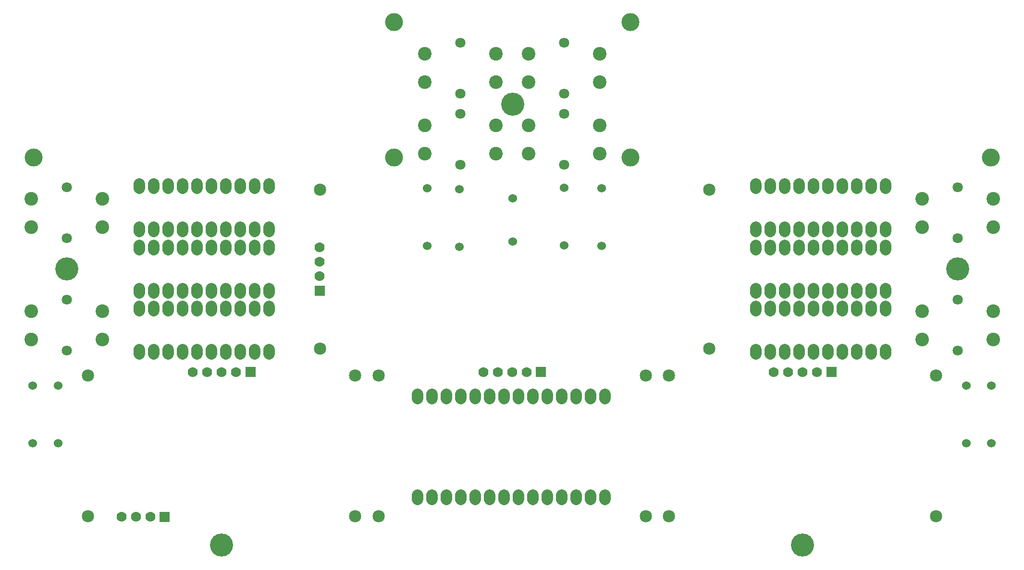
<source format=gbr>
G04 start of page 12 for group -4063 idx -4063 *
G04 Title: (unknown), componentmask *
G04 Creator: pcb 20140316 *
G04 CreationDate: Thu 02 Mar 2017 04:20:42 AM GMT UTC *
G04 For: vince *
G04 Format: Gerber/RS-274X *
G04 PCB-Dimensions (mil): 6900.00 3900.00 *
G04 PCB-Coordinate-Origin: lower left *
%MOIN*%
%FSLAX25Y25*%
%LNTOPMASK*%
%ADD124C,0.0001*%
%ADD123C,0.0700*%
%ADD122C,0.0600*%
%ADD121C,0.0850*%
%ADD120C,0.1600*%
%ADD119C,0.0709*%
%ADD118C,0.1250*%
%ADD117C,0.0945*%
%ADD116C,0.0800*%
G54D116*X604106Y263157D03*
X604000Y178000D03*
Y220500D03*
Y190500D03*
X594106Y263157D03*
X594000Y178000D03*
Y220500D03*
Y190500D03*
G54D117*X629394Y254343D03*
X678606D03*
G54D118*X677000Y283000D03*
G54D119*X654000Y262217D03*
G54D120*Y205500D03*
G54D117*X629394Y176343D03*
X678606D03*
G54D119*X654000Y184217D03*
G54D116*X574106Y263157D03*
X564106D03*
X554106D03*
X544106D03*
X534106D03*
X524106D03*
X514106D03*
G54D121*X481700Y260700D03*
G54D116*X514106Y233157D03*
X524106D03*
X534106D03*
X544106D03*
X554106D03*
X564106D03*
X574106D03*
X584106D03*
X594106D03*
X604106D03*
G54D117*X629394Y234657D03*
X678606D03*
G54D119*X654000Y226783D03*
G54D117*X284394Y305343D03*
G54D119*X309000Y313217D03*
G54D117*X284394Y354843D03*
Y335157D03*
G54D119*X309000Y362717D03*
Y327283D03*
G54D117*X284394Y285657D03*
G54D119*X309000Y277783D03*
G54D122*X308500Y221000D03*
Y261000D03*
X286000Y221500D03*
Y261500D03*
G54D118*X263000Y376750D03*
G54D117*X333606Y305343D03*
Y285657D03*
X356394Y305343D03*
Y285657D03*
G54D122*X345500Y254500D03*
G54D120*Y320000D03*
G54D117*X333606Y354843D03*
Y335157D03*
X356394Y354843D03*
X405606D03*
X356394Y335157D03*
X405606D03*
G54D119*X381000Y362717D03*
G54D118*X426950Y376750D03*
G54D119*X381000Y327283D03*
G54D117*X405606Y305343D03*
G54D119*X381000Y313217D03*
G54D117*X405606Y285657D03*
G54D119*X381000Y277783D03*
G54D122*X407000Y221500D03*
Y261500D03*
X381000Y262000D03*
G54D118*X426950Y283000D03*
G54D122*X381000Y222000D03*
X345500Y224500D03*
G54D116*X584000Y178000D03*
X574000D03*
X564000D03*
X554000D03*
X544000D03*
X534000D03*
X524000D03*
X514000D03*
Y190500D03*
X524000D03*
X534000D03*
X544000D03*
X554000D03*
X564000D03*
X574000D03*
X584000D03*
X584106Y263157D03*
X584000Y220500D03*
X574000D03*
X564000D03*
X554000D03*
X544000D03*
X534000D03*
X524000D03*
X514000D03*
X156500Y233000D03*
Y220500D03*
X146500D03*
X166500Y233000D03*
Y220500D03*
X176500Y233000D03*
Y220500D03*
Y263000D03*
X166500D03*
X156500D03*
G54D123*X211500Y220500D03*
G54D121*X211800Y260700D03*
G54D118*X263000Y283000D03*
G54D116*X116500Y233000D03*
X126500D03*
X136500D03*
X146500D03*
X86500D03*
X96500D03*
X106500D03*
G54D117*X11394Y254343D03*
G54D119*X36000Y262217D03*
G54D118*X12950Y283000D03*
G54D117*X60606Y254343D03*
X11394Y234657D03*
G54D119*X36000Y226783D03*
G54D117*X60606Y234657D03*
G54D116*X146500Y263000D03*
X136500D03*
X126500D03*
X116500D03*
X106500D03*
X96500D03*
X86500D03*
X136500Y220500D03*
X126500D03*
X116500D03*
X106500D03*
X96500D03*
X86500D03*
X279500Y117000D03*
X289500D03*
X299500D03*
X309500D03*
X319500D03*
X329500D03*
X339500D03*
X349500D03*
G54D121*X236200Y131700D03*
X252300D03*
G54D123*X325000Y134000D03*
X335000D03*
X345000D03*
X355000D03*
G54D124*G36*
X361500Y137500D02*Y130500D01*
X368500D01*
Y137500D01*
X361500D01*
G37*
G54D116*X359500Y117000D03*
X369500D03*
X379500D03*
X389500D03*
X399500D03*
X409500D03*
G54D121*X437700Y131700D03*
X453800D03*
G54D116*X409500Y47000D03*
X399500D03*
X389500D03*
G54D121*X437700Y33800D03*
X453800D03*
G54D116*X379500Y47000D03*
X369500D03*
X359500D03*
X349500D03*
X339500D03*
X329500D03*
X319500D03*
X309500D03*
X299500D03*
X289500D03*
X279500D03*
G54D121*X236200Y33800D03*
X252300D03*
G54D123*X526500Y134000D03*
G54D116*X514000Y148000D03*
X524000D03*
X534000D03*
G54D123*X536500Y134000D03*
X546500D03*
X556500D03*
G54D124*G36*
X563000Y137500D02*Y130500D01*
X570000D01*
Y137500D01*
X563000D01*
G37*
G54D121*X639200Y131700D03*
G54D116*X544000Y148000D03*
X554000D03*
X564000D03*
G54D121*X481700Y150300D03*
G54D116*X574000Y148000D03*
X584000D03*
X594000D03*
X604000D03*
G54D117*X629394Y156657D03*
X678606D03*
G54D119*X654000Y148783D03*
G54D122*X677500Y84500D03*
Y124500D03*
X660000Y84500D03*
Y124500D03*
G54D121*X639200Y33800D03*
G54D120*X546500Y14000D03*
G54D116*X86500Y190500D03*
X96500D03*
X106500D03*
G54D124*G36*
X100500Y37000D02*Y30000D01*
X107500D01*
Y37000D01*
X100500D01*
G37*
G54D123*X94000Y33500D03*
X84000D03*
X74000D03*
G54D117*X11394Y176343D03*
G54D119*X36000Y184217D03*
G54D120*Y205500D03*
G54D117*X60606Y176343D03*
Y156657D03*
G54D121*X50800Y131700D03*
Y33800D03*
G54D117*X11394Y156657D03*
G54D119*X36000Y148783D03*
G54D122*X30000Y84500D03*
Y124500D03*
X12500Y84500D03*
Y124500D03*
G54D116*X116500Y190500D03*
X126500D03*
X136500D03*
X146500Y178000D03*
X136500D03*
X126500D03*
X116500D03*
X106500D03*
X96500D03*
X86500D03*
G54D124*G36*
X208000Y194000D02*Y187000D01*
X215000D01*
Y194000D01*
X208000D01*
G37*
G54D123*X211500Y200500D03*
Y210500D03*
G54D116*X146500Y190500D03*
X156500D03*
Y178000D03*
Y148000D03*
X166500D03*
X176500D03*
X166500Y190500D03*
X176500D03*
Y178000D03*
X166500D03*
G54D120*X143500Y14000D03*
G54D116*X86500Y148000D03*
X96500D03*
X106500D03*
X116500D03*
X126500D03*
G54D123*X123500Y134000D03*
G54D116*X136500Y148000D03*
X146500D03*
G54D123*X133500Y134000D03*
X143500D03*
X153500D03*
G54D124*G36*
X160000Y137500D02*Y130500D01*
X167000D01*
Y137500D01*
X160000D01*
G37*
G54D121*X211800Y150300D03*
G54D116*X86500Y192000D02*Y189000D01*
X96500Y192000D02*Y189000D01*
X106500Y192000D02*Y189000D01*
X116500Y192000D02*Y189000D01*
X86500Y149500D02*Y146500D01*
X96500Y149500D02*Y146500D01*
X106500Y149500D02*Y146500D01*
X116500Y149500D02*Y146500D01*
X126500Y149500D02*Y146500D01*
X136500Y149500D02*Y146500D01*
X146500Y149500D02*Y146500D01*
X126500Y192000D02*Y189000D01*
X136500Y192000D02*Y189000D01*
X146500Y192000D02*Y189000D01*
Y179500D02*Y176500D01*
X136500Y179500D02*Y176500D01*
X126500Y179500D02*Y176500D01*
X116500Y179500D02*Y176500D01*
X106500Y179500D02*Y176500D01*
X96500Y179500D02*Y176500D01*
X86500Y179500D02*Y176500D01*
X156500Y192000D02*Y189000D01*
X166500Y192000D02*Y189000D01*
X176500Y192000D02*Y189000D01*
Y179500D02*Y176500D01*
X166500Y179500D02*Y176500D01*
X156500Y179500D02*Y176500D01*
Y149500D02*Y146500D01*
X166500Y149500D02*Y146500D01*
X176500Y149500D02*Y146500D01*
X146500Y234500D02*Y231500D01*
Y222000D02*Y219000D01*
X156500Y234500D02*Y231500D01*
X166500Y234500D02*Y231500D01*
X176500Y222000D02*Y219000D01*
X166500Y222000D02*Y219000D01*
X156500Y222000D02*Y219000D01*
X106500Y234500D02*Y231500D01*
X116500Y234500D02*Y231500D01*
X86500Y234500D02*Y231500D01*
X96500Y234500D02*Y231500D01*
X126500Y234500D02*Y231500D01*
X176500Y234500D02*Y231500D01*
Y264500D02*Y261500D01*
X166500Y264500D02*Y261500D01*
X156500Y264500D02*Y261500D01*
X146500Y264500D02*Y261500D01*
X136500Y264500D02*Y261500D01*
X126500Y264500D02*Y261500D01*
X116500Y264500D02*Y261500D01*
X106500Y264500D02*Y261500D01*
X96500Y264500D02*Y261500D01*
X86500Y264500D02*Y261500D01*
X136500Y234500D02*Y231500D01*
Y222000D02*Y219000D01*
X126500Y222000D02*Y219000D01*
X116500Y222000D02*Y219000D01*
X106500Y222000D02*Y219000D01*
X96500Y222000D02*Y219000D01*
X86500Y222000D02*Y219000D01*
X604106Y264657D02*Y261657D01*
X594106Y264657D02*Y261657D01*
X584106Y264657D02*Y261657D01*
X574106Y264657D02*Y261657D01*
X564106Y264657D02*Y261657D01*
X554106Y264657D02*Y261657D01*
X544106Y264657D02*Y261657D01*
X534106Y264657D02*Y261657D01*
X524106Y264657D02*Y261657D01*
X514106Y264657D02*Y261657D01*
Y234657D02*Y231657D01*
X524106Y234657D02*Y231657D01*
X534106Y234657D02*Y231657D01*
X544106Y234657D02*Y231657D01*
X554106Y234657D02*Y231657D01*
X564106Y234657D02*Y231657D01*
X574106Y234657D02*Y231657D01*
X574000Y222000D02*Y219000D01*
X564000Y222000D02*Y219000D01*
X554000Y222000D02*Y219000D01*
X544000Y222000D02*Y219000D01*
X534000Y222000D02*Y219000D01*
X524000Y222000D02*Y219000D01*
X514000Y222000D02*Y219000D01*
X584106Y234657D02*Y231657D01*
X594106Y234657D02*Y231657D01*
X604106Y234657D02*Y231657D01*
X604000Y222000D02*Y219000D01*
X594000Y222000D02*Y219000D01*
X584000Y222000D02*Y219000D01*
X279500Y118500D02*Y115500D01*
X289500Y118500D02*Y115500D01*
X299500Y118500D02*Y115500D01*
X309500Y118500D02*Y115500D01*
X319500Y118500D02*Y115500D01*
X329500Y118500D02*Y115500D01*
X339500Y118500D02*Y115500D01*
X349500Y118500D02*Y115500D01*
X359500Y118500D02*Y115500D01*
X369500Y118500D02*Y115500D01*
X379500Y118500D02*Y115500D01*
X389500Y118500D02*Y115500D01*
X399500Y118500D02*Y115500D01*
X409500Y118500D02*Y115500D01*
Y48500D02*Y45500D01*
X399500Y48500D02*Y45500D01*
X389500Y48500D02*Y45500D01*
X379500Y48500D02*Y45500D01*
X369500Y48500D02*Y45500D01*
X359500Y48500D02*Y45500D01*
X349500Y48500D02*Y45500D01*
X339500Y48500D02*Y45500D01*
X329500Y48500D02*Y45500D01*
X319500Y48500D02*Y45500D01*
X309500Y48500D02*Y45500D01*
X299500Y48500D02*Y45500D01*
X289500Y48500D02*Y45500D01*
X279500Y48500D02*Y45500D01*
X604000Y179500D02*Y176500D01*
X594000Y179500D02*Y176500D01*
X584000Y179500D02*Y176500D01*
X574000Y179500D02*Y176500D01*
X564000Y179500D02*Y176500D01*
X554000Y179500D02*Y176500D01*
Y192000D02*Y189000D01*
X564000Y192000D02*Y189000D01*
X574000Y192000D02*Y189000D01*
X584000Y192000D02*Y189000D01*
X594000Y192000D02*Y189000D01*
X604000Y192000D02*Y189000D01*
X514000Y179500D02*Y176500D01*
Y149500D02*Y146500D01*
X524000Y149500D02*Y146500D01*
X534000Y149500D02*Y146500D01*
X544000Y149500D02*Y146500D01*
X554000Y149500D02*Y146500D01*
X564000Y149500D02*Y146500D01*
X574000Y149500D02*Y146500D01*
X584000Y149500D02*Y146500D01*
X594000Y149500D02*Y146500D01*
X604000Y149500D02*Y146500D01*
X544000Y179500D02*Y176500D01*
Y192000D02*Y189000D01*
X534000Y179500D02*Y176500D01*
X524000Y179500D02*Y176500D01*
X514000Y192000D02*Y189000D01*
X524000Y192000D02*Y189000D01*
X534000Y192000D02*Y189000D01*
M02*

</source>
